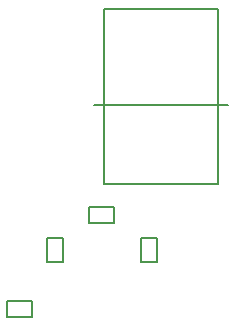
<source format=gbr>
G04*
G04 #@! TF.GenerationSoftware,Altium Limited,Altium Designer,24.6.1 (21)*
G04*
G04 Layer_Color=8388736*
%FSLAX25Y25*%
%MOIN*%
G70*
G04*
G04 #@! TF.SameCoordinates,848F02FD-2630-40CC-A56B-9648625414CD*
G04*
G04*
G04 #@! TF.FilePolarity,Positive*
G04*
G01*
G75*
%ADD12C,0.00787*%
D12*
X82480Y5217D02*
Y10531D01*
Y5217D02*
X90748D01*
Y10531D01*
X82480D02*
X90748D01*
X127264Y23425D02*
X132579D01*
Y31693D01*
X127264D02*
X132579D01*
X127264Y23425D02*
Y31693D01*
X110039Y36713D02*
Y42028D01*
Y36713D02*
X118307D01*
Y42028D01*
X110039D02*
X118307D01*
X111465Y75840D02*
X156252D01*
X114858Y49640D02*
X152858D01*
Y107840D01*
X114858D02*
X152858D01*
X114858Y49640D02*
Y107840D01*
X95768Y23425D02*
X101083D01*
Y31693D01*
X95768D02*
X101083D01*
X95768Y23425D02*
Y31693D01*
M02*

</source>
